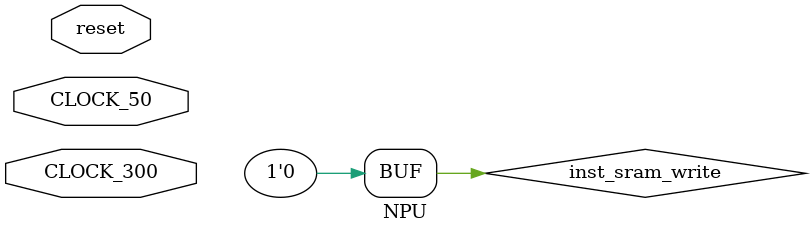
<source format=v>
module NPU(
    input CLOCK_50,
    input CLOCK_300,
    input reset
);
    parameter SRAM_NUM = 5'd19;
    // all modules are instantiated here
    wire [15:0] sram_readdata [19:0];
    wire [15:0] sram_writedata [19:0];
    wire [11:0] sram_address [19:0]; 
    wire sram_write [19:0];  

    wire [127:0] inst_sram_readdata ;
    reg [127:0] inst_sram_writedata ;
    reg [8:0] inst_sram_address = 9'd0; 
    reg inst_sram_write = 0;
    
    M10K_inst_sram inst_sram(
        .clk(CLOCK_300),
        .q(inst_sram_readdata),
        .d(inst_sram_writedata),
        .address(inst_sram_address),
        .we(inst_sram_write)
    );

    genvar k;
    generate
        for (k = 0; k < 20; k = k + 1) begin : sram_instances
            M10K_sram sram(
                .q(sram_readdata[k]),
                .d(sram_writedata[k]),
                .address(sram_address[k]),
                .we(sram_write[k]),
                .clk(CLOCK_300)
            );
        end
    endgenerate

    // add module
    wire [11:0] add_src1_address, add_src2_address, add_dest_address;
    reg [11:0] add_src1_start_address, add_src2_start_address, add_dest_start_address;
    wire [15:0] add_dest_readdata; 
    wire [15:0] add_src1_readdata;
    wire [15:0] add_src2_readdata ;
    wire [15:0] add_dest_writedata, add_src1_writedata, add_src2_writedata ;
    reg [5:0] add_src1_row_size;
    reg [5:0] add_src1_col_size;
    reg [5:0] add_src2_row_size;
    reg [5:0] add_src2_col_size;
    wire add_src1_write_en, add_src2_write_en, add_dest_write_en;
    wire add_start,add_done;

    matrix_addition matrix_add_instance (
        .clk(CLOCK_50),
        .reset(reset),
        .start(add_start),
        .done(add_done),
        .src1_start_address(add_src1_start_address),
        .src2_start_address(add_src2_start_address),
        .src1_address(add_src1_address),
        .src1_readdata(add_src1_readdata),
        .src1_writedata(add_src1_writedata),
        .src1_write_en(add_src1_write_en),
        .src2_address(add_src2_address),
        .src2_readdata(add_src2_readdata),
        .src2_writedata(add_src2_writedata),
        .src2_write_en(add_src2_write_en),
        .src1_row_size(add_src1_row_size),
        .src1_col_size(add_src1_col_size),
        .src2_row_size(add_src2_row_size),
        .src2_col_size(add_src2_col_size),
        .dest_start_address(add_dest_start_address),
        .dest_address(add_dest_address),
        .dest_readdata(add_dest_readdata),
        .dest_writedata(add_dest_writedata),
        .dest_write_en(add_dest_write_en)
    );

    // pooling module
    wire [11:0] pool_src1_address, pool_src2_address, pool_dest_address;
    reg [11:0] pool_src1_start_address, pool_src2_start_address, pool_dest_start_address;
    wire [15:0] pool_dest_readdata; 
    wire [15:0] pool_src1_readdata;
    wire [15:0] pool_src2_readdata ;
    wire [15:0] pool_dest_writedata, pool_src1_writedata, pool_src2_writedata ;
    reg [5:0] pool_src1_row_size;
    reg [5:0] pool_src1_col_size;
    reg [5:0] pool_src2_row_size;
    reg [5:0] pool_src2_col_size;
    wire pool_src1_write_en, pool_src2_write_en, pool_dest_write_en;
    wire pool_start,pool_done;

    matrix_maxpool matrix_pooling_instance (
        .clk(CLOCK_50),
        .reset(reset),
        .start(pool_start),
        .done(pool_done),
        .src1_start_address(pool_src1_start_address),
        .src1_address(pool_src1_address),
        .src1_readdata(pool_src1_data),
        .src1_write_en(pool_src1_write_en),
        .src1_row_size(pool_src1_row_size),
        .src1_col_size(pool_src1_col_size),
        .src2_row_size(pool_src2_row_size),
        .src2_col_size(pool_src2_col_size),
        .dest_start_address(pool_dest_start_address),
        .dest_address(pool_dest_address),
        .dest_writedata(pool_dest_data),
        .dest_write_en(pool_dest_write_en)
    );

    // Single Fetch Signle Issue Superscalar Out of Order Processor starts here

    //---------------------------------------------------
    // Fetch
    //---------------------------------------------------
    reg [127:0] inst_D ;

    always @(posedge CLOCK_50) begin
        if(reset) begin
            inst_D <= 0;
            inst_sram_address <= 128'b0;
        end
        else begin
            if(inst_sram_readdata == 128'd0) begin
                inst_sram_address <= inst_sram_address;
                inst_D <= 128'b0;
            end
            else begin
                inst_sram_address <= inst_sram_address + 1;
                inst_D <= inst_sram_readdata;
            end
        end
    end


    //---------------------------------------------------
    // Decode
    //---------------------------------------------------
    reg [11:0] src1_address_D; //sram offset
    reg [11:0] src2_address_D;
    reg [11:0] dest_address_D;
    reg [4:0] src1_sram_num_D; // sram number(use for select)
    reg [4:0] src2_sram_num_D;
    reg [4:0] dest_sram_num_D;
    reg [9:0] src1_row_D;
    reg [9:0] src1_col_D;
    reg [4:0] src2_row_D;
    reg [4:0] src2_col_D;
    reg [3:0] sel_D;
    reg [4:0] sel_address_mux_D[19:0];
    reg [4:0] sel_writedata_mux_D[19:0];
    reg [4:0] sel_write_en_mux_D[19:0];
    reg [4:0] sel_readdata_mux_D[19:0];
    // reg [4:0] sel_add_src1_readdata_mux_D;
    // reg [4:0] sel_add_src2_readdata_mux_D;

    reg [11:0] src1_sram_num;
    reg [11:0] src2_sram_num;
    reg [11:0] dest_sram_num;

    // always @(posedge CLOCK_50) begin
    //     if(reset) begin
    //         inst_D <= 128'd0;
    //     end
    //     else begin
    //         inst_D <= inst_sram_writedata;
    //     end
    // end

    // assign inst_D = inst_sram_readdata;
    integer i0;

    always @(*) begin
        src1_sram_num = SRAM_NUM - (inst_D[111:104]>>1);
        src2_sram_num = SRAM_NUM - (inst_D[79:72]>>1);
        dest_sram_num = SRAM_NUM - (inst_D[47:40]>>1);
    end

    always @(posedge CLOCK_50) begin
        if(reset) begin
            src1_address_D <= 12'd0;
            src2_address_D <= 12'd0;
            dest_address_D <= 12'd0;
            src1_sram_num_D <= 5'd0;
            src2_sram_num_D <= 5'd0;
            dest_sram_num_D <= 5'd0;
            src1_row_D <= 10'd0;
            src1_col_D <= 10'd0;
            src2_row_D <= 5'd0;
            src2_col_D <= 5'd0;
            sel_D <= 4'b0000;
            sel_address_mux_D[src1_sram_num_D] <= 5'd31;
            sel_address_mux_D[src2_sram_num_D] <= 5'd31;
            sel_address_mux_D[dest_sram_num_D] <= 5'd31;
            sel_writedata_mux_D[src1_sram_num] <= 5'd31;
            sel_writedata_mux_D[src2_sram_num] <= 5'd31;
            sel_writedata_mux_D[dest_sram_num] <= 5'd31;
            sel_write_en_mux_D[src1_sram_num] <= 5'd31;
            sel_write_en_mux_D[src2_sram_num] <= 5'd31;
            sel_write_en_mux_D[dest_sram_num] <= 5'd31;
            for (i0 = 0; i0 < 20; i0 = i0 + 1) begin
                sel_readdata_mux_D[i0] <= 5'd0;
            end
        end
        else begin
            case(inst_D[127:124])
                4'b0001: begin // add
                    src1_address_D <= inst_D[103:92];
                    src2_address_D <= inst_D[72:60];
                    dest_address_D <= inst_D[47:28];
                    src1_sram_num_D <= src1_sram_num;
                    src2_sram_num_D <= src2_sram_num;
                    dest_sram_num_D <= dest_sram_num;
                    src1_row_D <= inst_D[27:19];
                    src1_col_D <= inst_D[18:10];
                    src2_row_D <= 5'd0;
                    src2_col_D <= 5'd0;
                    sel_D <= 4'b0001;
                    sel_address_mux_D[src1_sram_num] <= 5'd0;
                    sel_address_mux_D[src2_sram_num] <= 5'd1;
                    sel_address_mux_D[dest_sram_num] <= 5'd2;
                    sel_writedata_mux_D[src1_sram_num] <= 5'd0;
                    sel_writedata_mux_D[src2_sram_num] <= 5'd1;
                    sel_writedata_mux_D[dest_sram_num] <= 5'd2;
                    sel_write_en_mux_D[src1_sram_num] <= 5'd0;
                    sel_write_en_mux_D[src2_sram_num] <= 5'd1;
                    sel_write_en_mux_D[dest_sram_num] <= 5'd2;
                    sel_readdata_mux_D[0] <= src1_sram_num;
                    sel_readdata_mux_D[1] <= src2_sram_num;
                end
                4'b0111: begin // conv
                    // src1_address_D <= inst_D[123:92];
                    // src2_address_D <= inst_D[91:60];
                    // dest_address_D <= inst_D[59:28];
                    src1_address_D <= inst_D[103:92];
                    src2_address_D <= inst_D[72:60];
                    dest_address_D <= inst_D[47:28];
                    src1_sram_num_D <= src1_sram_num;
                    src2_sram_num_D <= src2_sram_num;
                    dest_sram_num_D <= dest_sram_num;
                    src1_row_D <= inst_D[27:19];
                    src1_col_D <= inst_D[18:10];
                    src2_row_D <= inst_D[9:5];
                    src2_col_D <= inst_D[4:0];
                    sel_address_mux_D[src1_sram_num] <= 5'd0;
                    sel_address_mux_D[2] <= src1_sram_num;
                    sel_address_mux_D[3] <= src2_sram_num;
                end
                4'b1000: begin // pool
                    // src1_address_D <= inst_D[123:92];
                    // src2_address_D <= inst_D[91:60];
                    // dest_address_D <= inst_D[59:28];
                    src1_address_D <= inst_D[103:92];
                    src2_address_D <= inst_D[72:60];
                    dest_address_D <= inst_D[47:28];
                    src1_sram_num_D <= src1_sram_num;
                    src2_sram_num_D <= src2_sram_num;
                    dest_sram_num_D <= dest_sram_num;
                    src1_row_D <= inst_D[27:19];
                    src1_col_D <= inst_D[18:10];
                    src2_row_D <= inst_D[9:5];
                    src2_col_D <= inst_D[4:0];
                    sel_D <= 4'b1000;
                    sel_address_mux_D[src1_sram_num] <= 5'd6;
                    // sel_address_mux_D[src2_sram_num] <= 5'd7;
                    sel_address_mux_D[dest_sram_num] <= 5'd7;
                    sel_writedata_mux_D[src1_sram_num] <= 5'd6;
                    // sel_writedata_mux_D[src2_sram_num] <= 5'd7;
                    sel_writedata_mux_D[dest_sram_num] <= 5'd7;
                    sel_write_en_mux_D[src1_sram_num] <= 5'd6;
                    // sel_write_en_mux_D[src2_sram_num] <= 5'd7;
                    sel_write_en_mux_D[dest_sram_num] <= 5'd7;
                    sel_readdata_mux_D[4] <= src1_sram_num;
                    // sel_readdata_mux_D[5] <= src2_sram_num;
                end
                4'b1010: begin // Relu
                    // src1_address_D <= inst_D[123:92];
                    // src2_address_D <= inst_D[91:60];
                    // dest_address_D <= inst_D[59:28];
                    src1_address_D <= inst_D[103:92];
                    src2_address_D <= inst_D[72:60];
                    dest_address_D <= inst_D[47:28];
                    src1_sram_num_D <= src1_sram_num;
                    src2_sram_num_D <= src2_sram_num;
                    dest_sram_num_D <= dest_sram_num;
                    src1_row_D <= inst_D[27:19];
                    src1_col_D <= inst_D[18:10];
                    src2_row_D <= inst_D[9:5];
                    src2_col_D <= inst_D[4:0];
                    sel_address_mux_D[src1_sram_num] <= 5'd0;
                    sel_address_mux_D[src2_sram_num] <= 5'd1;
                    sel_address_mux_D[dest_sram_num] <= 5'd2;
                end
                default: begin 
                    src1_address_D <= 12'd0;
                    src2_address_D <= 12'd0;
                    dest_address_D <= 12'd0;
                    src1_sram_num_D <= 5'd0;
                    src2_sram_num_D <= 5'd0;
                    dest_sram_num_D <= 5'd0;
                    src1_row_D <= 10'd0;
                    src1_col_D <= 10'd0;
                    src2_row_D <= 5'd0;
                    src2_col_D <= 5'd0;
                    sel_D <= 4'b0000;
                    sel_address_mux_D[src1_sram_num_D] <= sel_address_mux_D[src1_sram_num_D];
                    sel_address_mux_D[src2_sram_num_D] <= sel_address_mux_D[src2_sram_num_D];
                    sel_address_mux_D[dest_sram_num_D] <= sel_address_mux_D[dest_sram_num_D];
                end
            endcase
        end
    end

    //---------------------------------------------------
    // Issue
    //---------------------------------------------------
    reg [11:0] src1_address_I;
    reg [11:0] src2_address_I;
    reg [11:0] dest_address_I;
    reg [4:0] src1_sram_num_I; // sram number(use for select)
    reg [4:0] src2_sram_num_I;
    reg [4:0] dest_sram_num_I;
    reg [9:0] src1_row_I;
    reg [9:0] src1_col_I;
    reg [4:0] src2_row_I;
    reg [4:0] src2_col_I;
    reg [3:0] sel_I;
    reg add_start_I;
    reg pool_start_I;
    reg [4:0] sel_address_mux_I[19:0];
    reg [4:0] sel_writedata_mux_I[19:0];
    reg [4:0] sel_write_en_mux_I[19:0];
    reg [4:0] sel_readdata_mux_I[19:0];


    genvar j;
    generate
        for (j = 0; j < 20; j = j + 1) begin : pipeline_register_I
            always @(posedge CLOCK_50) begin
                sel_address_mux_I[j]<= sel_address_mux_D[j];
                sel_writedata_mux_I[j]<= sel_writedata_mux_D[j];
                sel_write_en_mux_I[j]<= sel_write_en_mux_D[j];
                sel_readdata_mux_I[j]<= sel_readdata_mux_D[j];
            end
        end
    endgenerate

    //pipeline register
    always @(posedge CLOCK_50) begin
        if(reset) begin
            sel_I <= 4'd0;
            src1_address_I <= 12'd0;
            src2_address_I <= 12'd0;
            dest_address_I <= 12'd0;
            src1_sram_num_I <= 5'd0;
            src2_sram_num_I <= 5'd0;
            dest_sram_num_I <= 5'd0;
            src1_row_I <= 5'd0;
            src1_col_I <= 5'd0;
            src2_row_I <= 5'd0;
            src2_col_I <= 5'd0;
        end
        else begin
            sel_I <= sel_D;
            src1_address_I <= src1_address_D;
            src2_address_I <= src2_address_D;
            dest_address_I <= dest_address_D;
            src1_sram_num_I <= src1_sram_num_D;
            src2_sram_num_I <= src2_sram_num_D;
            dest_sram_num_I <= dest_sram_num_D;
            src1_row_I <= src1_row_D;
            src1_col_I <= src1_col_D;
            src2_row_I <= src2_row_D;
            src2_col_I <= src2_col_D;
        end
    end

    always @(posedge CLOCK_50) begin
        case(sel_D)
            4'b0001:begin // issue add
                add_start_I <= 1;
                add_src1_start_address <= src1_address_D;
                add_src2_start_address <= src2_address_D;
                add_dest_start_address <= dest_address_D;

                // sram_address[src1_sram_num_D] <= add_src1_address;
                // add_src1_readdata <= sram_readdata[src1_sram_num_D];
                // sram_writedata[src1_sram_num_D] <= add_src1_writedata;
                // sram_write[src1_sram_num_D] <= add_src1_write_en;

                // add_src2_address <= sram_address[src2_sram_num_D];
                // add_src2_readdata <= sram_readdata[src2_sram_num_D];
                // add_src2_writedata <= sram_writedata[src2_sram_num_D];
                // add_src2_write_en <= sram_write[src2_sram_num_D];

                add_src1_row_size <= src1_row_D;
                add_src1_col_size <= src1_col_D;
                add_src2_row_size <= src2_row_D;
                add_src2_col_size <= src2_col_D;

                // add_dest_address <= sram_address[dest_sram_num_D];
                // add_dest_readdata <= sram_readdata[dest_sram_num_D];
                // add_dest_writedata <= sram_writedata[dest_sram_num_D];
                // add_dest_write_en <= sram_write[dest_sram_num_D];
            
            end 
            4'b1000: begin
                pool_start_I <= 1;
                pool_src1_start_address <= src1_address_D;
                // pool_src2_start_address <= src2_address_D;
                pool_dest_start_address <= dest_address_D;

                pool_src1_row_size <= src1_row_D;
                pool_src1_col_size <= src1_col_D;
                pool_src2_row_size <= src2_row_D;
                pool_src2_col_size <= src2_col_D;
            end

            default: begin
                add_start_I <= 0;
                pool_start_I <= 0;
                // add_src1_start_address <= 11'd0;
                // add_src2_start_address <= 11'd0;

                // add_src1_address <= 11'd0;
                // add_src1_readdata <= 16'd0;
                // add_src1_writedata <= 16'd0;
                // add_src1_write_en <= 0;

                // add_src2_address <= 11'd0;
                // add_src2_readdata <= 16'd0;
                // add_src2_writedata <= 16'd0;
                // add_src2_write_en <= 0;

                // add_src1_row_size <= 5'd0;
                // add_src1_col_size <= 5'd0;
                // add_src2_row_size <= 5'd0;
                // add_src2_col_size <= 5'd0;

                // add_dest_address <= 11'd0;
                // add_dest_readdata <= 16'd0;
                // add_dest_writedata <= 16'd0;
                // add_dest_write_en <= 0;
            end
        endcase
    end

    //---------------------------------------------------
    // execute
    //---------------------------------------------------
    reg add_start_E;
    reg pool_start_E;
    reg [4:0] sel_address_mux_E[19:0];
    reg [4:0] sel_writedata_mux_E[19:0];
    reg [4:0] sel_write_en_mux_E[19:0];
    reg [4:0] sel_readdata_mux_E[19:0];

    assign add_start = add_start_E;
    
    always @(posedge CLOCK_50) begin
        if(reset)begin
            add_start_E <=0;
            pool_start_E <=0;
        end
        else begin
            add_start_E<=add_start_I;
            pool_start_E<=pool_start_E;
        end
    end

    genvar m;
    generate
        for (m = 0; m < 20; m = m + 1) begin : pipeline_register_E
            always @(posedge CLOCK_50) begin
                sel_address_mux_E[m]<= sel_address_mux_I[m];
                sel_writedata_mux_E[m]<= sel_writedata_mux_I[m];
                sel_write_en_mux_E[m]<= sel_write_en_mux_I[m];
                sel_readdata_mux_E[m]<= sel_readdata_mux_I[m];
            end
        end
    endgenerate

    genvar i;
    generate
        for (i = 0; i < 20; i = i + 1) begin : mux_gen
            mux24to1 #(.DATA_WIDTH(12)) address_mux (
                .in0(add_src1_address),
                .in1(add_src2_address),
                .in2(add_dest_address),
                .in3(),
                .in4(),
                .in5(),
                .in6(pool_src1_address),
                .in7(pool_dest_address),
                .in8(),
                .in9(),
                .in10(),
                .in11(),
                .in12(),
                .in13(),
                .in14(),
                .in15(),
                .in16(),
                .in17(),
                .in18(),
                .in19(),
                .in20(),
                .in21(),
                .in22(),
                .in23(),
                .sel(sel_address_mux_I[i]),
                .out(sram_address[i])
            );

            mux24to1 #(.DATA_WIDTH(16)) writedata_mux(
                .in0(add_src1_writedata),
                .in1(add_src2_writedata),
                .in2(add_dest_writedata),
                .in3(),
                .in4(),
                .in5(),
                .in6(pool_src1_address),
                .in7(pool_dest_address),
                .in8(),
                .in9(),
                .in10(),
                .in11(),
                .in12(),
                .in13(),
                .in14(),
                .in15(),
                .in16(),
                .in17(),
                .in18(),
                .in19(),
                .in20(),
                .in21(),
                .in22(),
                .in23(),
                .sel(sel_writedata_mux_I[i]),
                .out(sram_writedata[i])
            );

            mux24to1 #(.DATA_WIDTH(1)) write_en_mux(
                .in0(add_src1_write_en),
                .in1(add_src2_write_en),
                .in2(add_dest_write_en),
                .in3(),
                .in4(),
                .in5(),
                .in6(pool_src1_address),
                .in7(pool_dest_address),
                .in8(),
                .in9(),
                .in10(),
                .in11(),
                .in12(),
                .in13(),
                .in14(),
                .in15(),
                .in16(),
                .in17(),
                .in18(),
                .in19(),
                .in20(),
                .in21(),
                .in22(),
                .in23(),
                .sel(sel_write_en_mux_I[i]),
                .out(sram_write[i])
            );

        end
    endgenerate

    mux24to1 #(.DATA_WIDTH(16)) add_src1_mux(
        .in0(sram_readdata[0]),
        .in1(sram_readdata[1]),
        .in2(sram_readdata[2]),
        .in3(sram_readdata[3]),
        .in4(sram_readdata[4]),
        .in5(sram_readdata[5]),
        .in6(sram_readdata[6]),
        .in7(sram_readdata[7]),
        .in8(sram_readdata[8]),
        .in9(sram_readdata[9]),
        .in10(sram_readdata[10]),
        .in11(sram_readdata[11]),
        .in12(sram_readdata[12]),
        .in13(sram_readdata[13]),
        .in14(sram_readdata[14]),
        .in15(sram_readdata[15]),
        .in16(sram_readdata[16]),
        .in17(sram_readdata[17]),
        .in18(sram_readdata[18]),
        .in19(sram_readdata[19]),
        .in20(),
        .in21(),
        .in22(),
        .in23(),
        .sel(sel_readdata_mux_I[0]),
        .out(add_src1_readdata)
    );

    mux24to1 #(.DATA_WIDTH(16)) add_src2_mux(
        .in0(sram_readdata[0]),
        .in1(sram_readdata[1]),
        .in2(sram_readdata[2]),
        .in3(sram_readdata[3]),
        .in4(sram_readdata[4]),
        .in5(sram_readdata[5]),
        .in6(sram_readdata[6]),
        .in7(sram_readdata[7]),
        .in8(sram_readdata[8]),
        .in9(sram_readdata[9]),
        .in10(sram_readdata[10]),
        .in11(sram_readdata[11]),
        .in12(sram_readdata[12]),
        .in13(sram_readdata[13]),
        .in14(sram_readdata[14]),
        .in15(sram_readdata[15]),
        .in16(sram_readdata[16]),
        .in17(sram_readdata[17]),
        .in18(sram_readdata[18]),
        .in19(sram_readdata[19]),
        .in20(),
        .in21(),
        .in22(),
        .in23(),
        .sel(sel_readdata_mux_I[1]),
        .out(add_src2_readdata)
    );

    mux24to1 #(.DATA_WIDTH(16)) pool_src1_mux(
        .in0(sram_readdata[0]),
        .in1(sram_readdata[1]),
        .in2(sram_readdata[2]),
        .in3(sram_readdata[3]),
        .in4(sram_readdata[4]),
        .in5(sram_readdata[5]),
        .in6(sram_readdata[6]),
        .in7(sram_readdata[7]),
        .in8(sram_readdata[8]),
        .in9(sram_readdata[9]),
        .in10(sram_readdata[10]),
        .in11(sram_readdata[11]),
        .in12(sram_readdata[12]),
        .in13(sram_readdata[13]),
        .in14(sram_readdata[14]),
        .in15(sram_readdata[15]),
        .in16(sram_readdata[16]),
        .in17(sram_readdata[17]),
        .in18(sram_readdata[18]),
        .in19(sram_readdata[19]),
        .in20(),
        .in21(),
        .in22(),
        .in23(),
        .sel(sel_readdata_mux_I[1]),
        .out(pool_src1_readdata)
    );

    //---------------------------------------------------
    // Commit
    //---------------------------------------------------





endmodule
</source>
